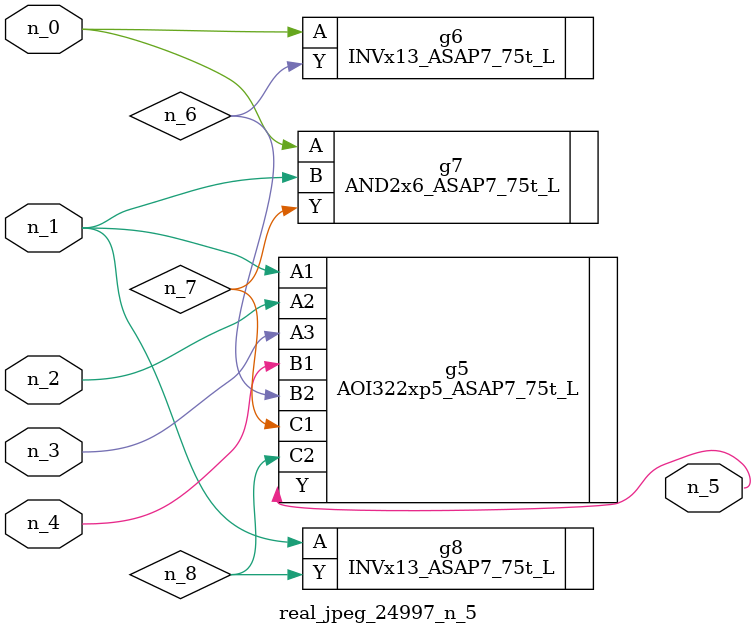
<source format=v>
module real_jpeg_24997_n_5 (n_4, n_0, n_1, n_2, n_3, n_5);

input n_4;
input n_0;
input n_1;
input n_2;
input n_3;

output n_5;

wire n_8;
wire n_6;
wire n_7;

INVx13_ASAP7_75t_L g6 ( 
.A(n_0),
.Y(n_6)
);

AND2x6_ASAP7_75t_L g7 ( 
.A(n_0),
.B(n_1),
.Y(n_7)
);

AOI322xp5_ASAP7_75t_L g5 ( 
.A1(n_1),
.A2(n_2),
.A3(n_3),
.B1(n_4),
.B2(n_6),
.C1(n_7),
.C2(n_8),
.Y(n_5)
);

INVx13_ASAP7_75t_L g8 ( 
.A(n_1),
.Y(n_8)
);


endmodule
</source>
